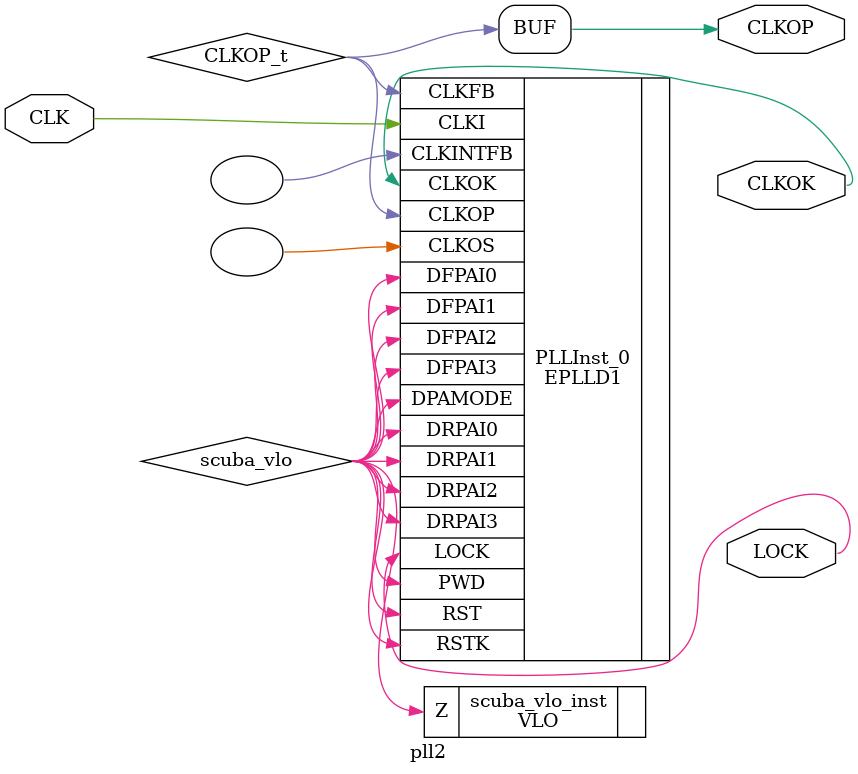
<source format=v>
/* Verilog netlist generated by SCUBA Diamond_1.2_Production (92) */
/* Module Version: 5.2 */
/* /usr/local/diamond/1.2/ispfpga/bin/lin/scuba -w -n pll2 -lang verilog -synth synplify -arch mg5a00 -type pll -fin 25 -phase_cntl STATIC -fclkop 100 -fclkop_tol 0.0 -fb_mode CLOCKTREE -noclkos -fclkok 50 -fclkok_tol 0.0 -norst -noclkok2 -e  */
/* Mon Apr 16 17:56:26 2012 */


`timescale 1 ns / 1 ps
module pll2 (CLK, CLKOP, CLKOK, LOCK)/* synthesis syn_noprune=1 */;// exemplar attribute pll2 dont_touch true 
    input wire CLK;
    output wire CLKOP;
    output wire CLKOK;
    output wire LOCK;

    wire CLKOP_t;
    wire scuba_vlo;

    VLO scuba_vlo_inst (.Z(scuba_vlo));

    // synopsys translate_off
    defparam PLLInst_0.CLKOK_BYPASS = "DISABLED" ;
    defparam PLLInst_0.CLKOS_BYPASS = "DISABLED" ;
    defparam PLLInst_0.CLKOP_BYPASS = "DISABLED" ;
    defparam PLLInst_0.PHASE_CNTL = "STATIC" ;
    defparam PLLInst_0.DUTY = 8 ;
    defparam PLLInst_0.PHASEADJ = "0.0" ;
    defparam PLLInst_0.CLKOK_DIV = 2 ;
    defparam PLLInst_0.CLKOP_DIV = 8 ;
    defparam PLLInst_0.CLKFB_DIV = 4 ;
    defparam PLLInst_0.CLKI_DIV = 1 ;
    // synopsys translate_on
    EPLLD1 PLLInst_0 (.CLKI(CLK), .CLKFB(CLKOP_t), .RST(scuba_vlo), .RSTK(scuba_vlo), 
        .DPAMODE(scuba_vlo), .DRPAI3(scuba_vlo), .DRPAI2(scuba_vlo), .DRPAI1(scuba_vlo), 
        .DRPAI0(scuba_vlo), .DFPAI3(scuba_vlo), .DFPAI2(scuba_vlo), .DFPAI1(scuba_vlo), 
        .DFPAI0(scuba_vlo), .PWD(scuba_vlo), .CLKOP(CLKOP_t), .CLKOS(), 
        .CLKOK(CLKOK), .LOCK(LOCK), .CLKINTFB())
             /* synthesis CLKOK_BYPASS="DISABLED" */
             /* synthesis CLKOS_BYPASS="DISABLED" */
             /* synthesis FREQUENCY_PIN_CLKOP="100.000000" */
             /* synthesis CLKOP_BYPASS="DISABLED" */
             /* synthesis PHASE_CNTL="STATIC" */
             /* synthesis DUTY="8" */
             /* synthesis PHASEADJ="0.0" */
             /* synthesis FREQUENCY_PIN_CLKI="25.000000" */
             /* synthesis FREQUENCY_PIN_CLKOK="50.000000" */
             /* synthesis CLKOK_DIV="2" */
             /* synthesis CLKOP_DIV="8" */
             /* synthesis CLKFB_DIV="4" */
             /* synthesis CLKI_DIV="1" */
             /* synthesis FIN="25.000000" */;

    assign CLKOP = CLKOP_t;


    // exemplar begin
    // exemplar attribute PLLInst_0 CLKOK_BYPASS DISABLED
    // exemplar attribute PLLInst_0 CLKOS_BYPASS DISABLED
    // exemplar attribute PLLInst_0 FREQUENCY_PIN_CLKOP 100.000000
    // exemplar attribute PLLInst_0 CLKOP_BYPASS DISABLED
    // exemplar attribute PLLInst_0 PHASE_CNTL STATIC
    // exemplar attribute PLLInst_0 DUTY 8
    // exemplar attribute PLLInst_0 PHASEADJ 0.0
    // exemplar attribute PLLInst_0 FREQUENCY_PIN_CLKI 25.000000
    // exemplar attribute PLLInst_0 FREQUENCY_PIN_CLKOK 50.000000
    // exemplar attribute PLLInst_0 CLKOK_DIV 2
    // exemplar attribute PLLInst_0 CLKOP_DIV 8
    // exemplar attribute PLLInst_0 CLKFB_DIV 4
    // exemplar attribute PLLInst_0 CLKI_DIV 1
    // exemplar attribute PLLInst_0 FIN 25.000000
    // exemplar end

endmodule

</source>
